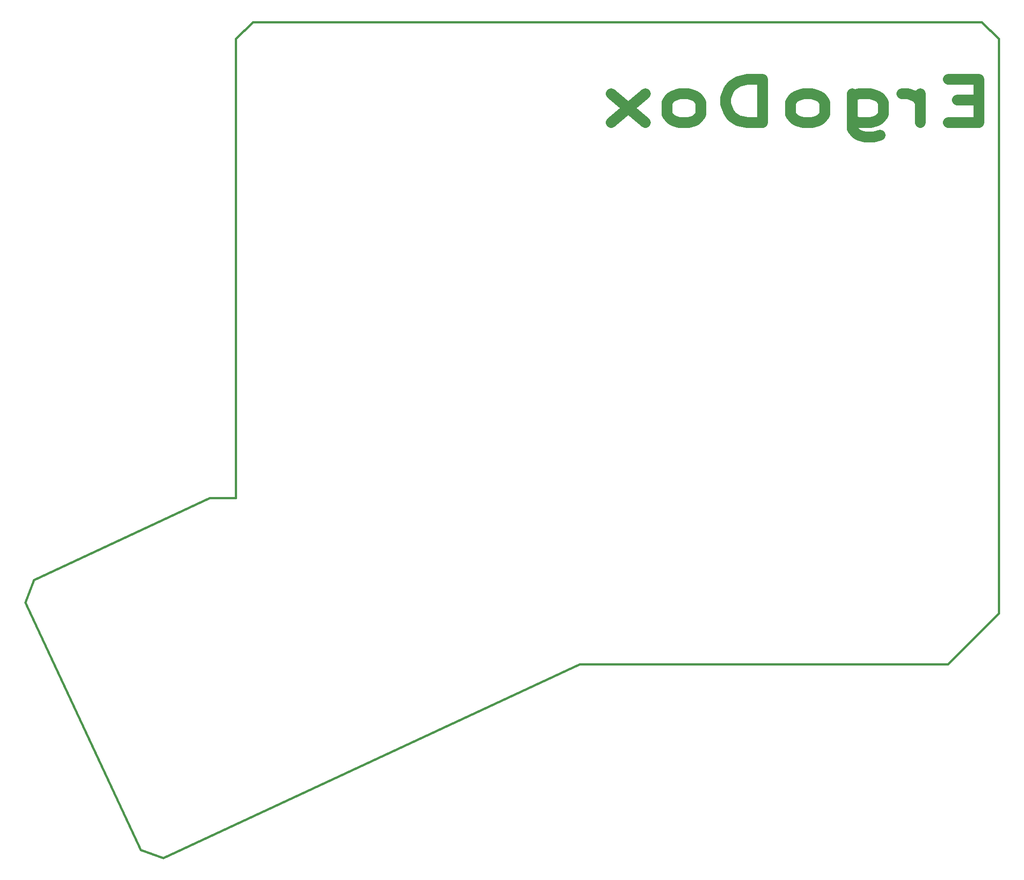
<source format=gbo>
%TF.GenerationSoftware,KiCad,Pcbnew,5.1.7*%
%TF.CreationDate,2020-10-12T11:43:00-07:00*%
%TF.ProjectId,ErgoDOX_right,4572676f-444f-4585-9f72-696768742e6b,2.0.0*%
%TF.SameCoordinates,Original*%
%TF.FileFunction,Legend,Bot*%
%TF.FilePolarity,Positive*%
%FSLAX46Y46*%
G04 Gerber Fmt 4.6, Leading zero omitted, Abs format (unit mm)*
G04 Created by KiCad (PCBNEW 5.1.7) date 2020-10-12 11:43:00*
%MOMM*%
%LPD*%
G01*
G04 APERTURE LIST*
%TA.AperFunction,Profile*%
%ADD10C,0.381000*%
%TD*%
%ADD11C,2.032000*%
G04 APERTURE END LIST*
D10*
X90121000Y-32258000D02*
X93521000Y-32258000D01*
X90121000Y-32258000D02*
X77876400Y-32258000D01*
X95046800Y-32258000D02*
X93521000Y-32258000D01*
X202742800Y-32258000D02*
X143408400Y-32258000D01*
X143408400Y-32258000D02*
X131902200Y-32258000D01*
X131902200Y-32258000D02*
X95046800Y-32258000D01*
X77876400Y-32258000D02*
X65811400Y-32258000D01*
X65811400Y-32258000D02*
X62611000Y-35433000D01*
D11*
X202239428Y-46917428D02*
X198175428Y-46917428D01*
X196433714Y-51174952D02*
X202239428Y-51174952D01*
X202239428Y-43046952D01*
X196433714Y-43046952D01*
X191208571Y-51174952D02*
X191208571Y-45756285D01*
X191208571Y-47304476D02*
X190628000Y-46530380D01*
X190047428Y-46143333D01*
X188886285Y-45756285D01*
X187725142Y-45756285D01*
X178436000Y-45756285D02*
X178436000Y-52336095D01*
X179016571Y-53110190D01*
X179597142Y-53497238D01*
X180758285Y-53884285D01*
X182500000Y-53884285D01*
X183661142Y-53497238D01*
X178436000Y-50787904D02*
X179597142Y-51174952D01*
X181919428Y-51174952D01*
X183080571Y-50787904D01*
X183661142Y-50400857D01*
X184241714Y-49626761D01*
X184241714Y-47304476D01*
X183661142Y-46530380D01*
X183080571Y-46143333D01*
X181919428Y-45756285D01*
X179597142Y-45756285D01*
X178436000Y-46143333D01*
X170888571Y-51174952D02*
X172049714Y-50787904D01*
X172630285Y-50400857D01*
X173210857Y-49626761D01*
X173210857Y-47304476D01*
X172630285Y-46530380D01*
X172049714Y-46143333D01*
X170888571Y-45756285D01*
X169146857Y-45756285D01*
X167985714Y-46143333D01*
X167405142Y-46530380D01*
X166824571Y-47304476D01*
X166824571Y-49626761D01*
X167405142Y-50400857D01*
X167985714Y-50787904D01*
X169146857Y-51174952D01*
X170888571Y-51174952D01*
X161599428Y-51174952D02*
X161599428Y-43046952D01*
X158696571Y-43046952D01*
X156954857Y-43434000D01*
X155793714Y-44208095D01*
X155213142Y-44982190D01*
X154632571Y-46530380D01*
X154632571Y-47691523D01*
X155213142Y-49239714D01*
X155793714Y-50013809D01*
X156954857Y-50787904D01*
X158696571Y-51174952D01*
X161599428Y-51174952D01*
X147665714Y-51174952D02*
X148826857Y-50787904D01*
X149407428Y-50400857D01*
X149988000Y-49626761D01*
X149988000Y-47304476D01*
X149407428Y-46530380D01*
X148826857Y-46143333D01*
X147665714Y-45756285D01*
X145924000Y-45756285D01*
X144762857Y-46143333D01*
X144182285Y-46530380D01*
X143601714Y-47304476D01*
X143601714Y-49626761D01*
X144182285Y-50400857D01*
X144762857Y-50787904D01*
X145924000Y-51174952D01*
X147665714Y-51174952D01*
X139537714Y-51174952D02*
X133151428Y-45756285D01*
X139537714Y-45756285D02*
X133151428Y-51174952D01*
D10*
X127152400Y-152908000D02*
X196392800Y-152908000D01*
X196392800Y-152908000D02*
X205917800Y-143383000D01*
X205917800Y-143383000D02*
X205917800Y-35433000D01*
X205917800Y-35433000D02*
X202742800Y-32258000D01*
X62611000Y-35433000D02*
X62611000Y-121666000D01*
X62611000Y-121666000D02*
X57708800Y-121666000D01*
X57708800Y-121666000D02*
X24617680Y-137096500D01*
X24617680Y-137096500D02*
X23080980Y-141315440D01*
X23080980Y-141315440D02*
X44764960Y-187817760D01*
X44764960Y-187817760D02*
X48983900Y-189351920D01*
X48983900Y-189351920D02*
X127152400Y-152908000D01*
M02*

</source>
